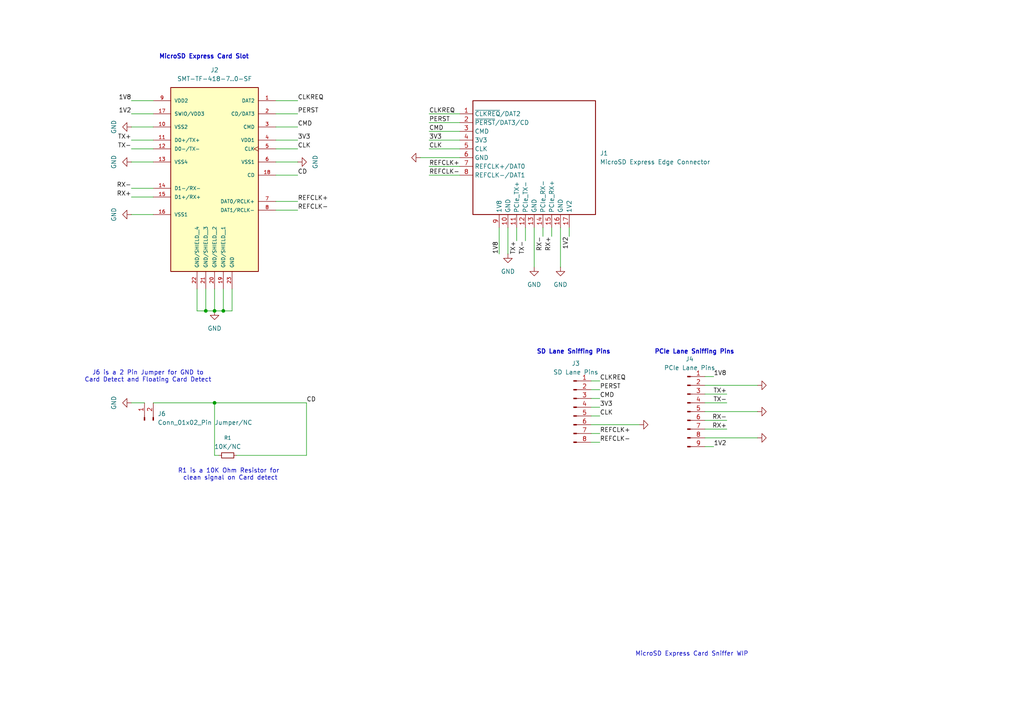
<source format=kicad_sch>
(kicad_sch (version 20250114) (generator "eeschema") (generator_version "9.0")
  (paper "A4")
  (lib_symbols
    (symbol "Library:Conn_01x02_Pin" (pin_names (offset 1.016) (hide yes))
      (property "Reference" "J" (at 0 2.54 0))
      (property "Value" "Conn_01x02_Pin" (at 0 -5.08 0))
      (symbol "Conn_01x02_Pin_1_1"
        (rectangle (start 0.8636 0.127) (end 0 -0.127) (stroke (width 0.1524)) (fill (type outline)))
        (rectangle (start 0.8636 -2.413) (end 0 -2.667) (stroke (width 0.1524)) (fill (type outline)))
        (polyline (pts (xy 1.27 0) (xy 0.8636 0)) (stroke (width 0.1524)))
        (polyline (pts (xy 1.27 -2.54) (xy 0.8636 -2.54)) (stroke (width 0.1524)))
        (pin passive line (at 5.08 0 180) (length 3.81) (name "Pin_1") (number "1"))
        (pin passive line (at 5.08 -2.54 180) (length 3.81) (name "Pin_2") (number "2"))
      )
    )
    (symbol "Library:Conn_01x08_Pin" (pin_names (offset 1.016) (hide yes))
      (property "Reference" "J" (at 0 10.16 0))
      (property "Value" "Conn_01x08_Pin" (at 0 -12.7 0))
      (symbol "Conn_01x08_Pin_1_1"
        (rectangle (start 0.8636 7.747) (end 0 7.493) (stroke (width 0.1524)) (fill (type outline)))
        (rectangle (start 0.8636 5.207) (end 0 4.953) (stroke (width 0.1524)) (fill (type outline)))
        (rectangle (start 0.8636 2.667) (end 0 2.413) (stroke (width 0.1524)) (fill (type outline)))
        (rectangle (start 0.8636 0.127) (end 0 -0.127) (stroke (width 0.1524)) (fill (type outline)))
        (rectangle (start 0.8636 -2.413) (end 0 -2.667) (stroke (width 0.1524)) (fill (type outline)))
        (rectangle (start 0.8636 -4.953) (end 0 -5.207) (stroke (width 0.1524)) (fill (type outline)))
        (rectangle (start 0.8636 -7.493) (end 0 -7.747) (stroke (width 0.1524)) (fill (type outline)))
        (rectangle (start 0.8636 -10.033) (end 0 -10.287) (stroke (width 0.1524)) (fill (type outline)))
        (polyline (pts (xy 1.27 7.62) (xy 0.8636 7.62)) (stroke (width 0.1524)))
        (polyline (pts (xy 1.27 5.08) (xy 0.8636 5.08)) (stroke (width 0.1524)))
        (polyline (pts (xy 1.27 2.54) (xy 0.8636 2.54)) (stroke (width 0.1524)))
        (polyline (pts (xy 1.27 0) (xy 0.8636 0)) (stroke (width 0.1524)))
        (polyline (pts (xy 1.27 -2.54) (xy 0.8636 -2.54)) (stroke (width 0.1524)))
        (polyline (pts (xy 1.27 -5.08) (xy 0.8636 -5.08)) (stroke (width 0.1524)))
        (polyline (pts (xy 1.27 -7.62) (xy 0.8636 -7.62)) (stroke (width 0.1524)))
        (polyline (pts (xy 1.27 -10.16) (xy 0.8636 -10.16)) (stroke (width 0.1524)))
        (pin passive line (at 5.08 7.62 180) (length 3.81) (name "Pin_1") (number "1"))
        (pin passive line (at 5.08 5.08 180) (length 3.81) (name "Pin_2") (number "2"))
        (pin passive line (at 5.08 2.54 180) (length 3.81) (name "Pin_3") (number "3"))
        (pin passive line (at 5.08 0 180) (length 3.81) (name "Pin_4") (number "4"))
        (pin passive line (at 5.08 -2.54 180) (length 3.81) (name "Pin_5") (number "5"))
        (pin passive line (at 5.08 -5.08 180) (length 3.81) (name "Pin_6") (number "6"))
        (pin passive line (at 5.08 -7.62 180) (length 3.81) (name "Pin_7") (number "7"))
        (pin passive line (at 5.08 -10.16 180) (length 3.81) (name "Pin_8") (number "8"))
      )
    )
    (symbol "Library:Conn_01x09_Pin" (pin_names (offset 1.016) (hide yes))
      (property "Reference" "J" (at 0 12.7 0))
      (property "Value" "Conn_01x09_Pin" (at 0 -12.7 0))
      (symbol "Conn_01x09_Pin_1_1"
        (rectangle (start 0.8636 10.287) (end 0 10.033) (stroke (width 0.1524)) (fill (type outline)))
        (rectangle (start 0.8636 7.747) (end 0 7.493) (stroke (width 0.1524)) (fill (type outline)))
        (rectangle (start 0.8636 5.207) (end 0 4.953) (stroke (width 0.1524)) (fill (type outline)))
        (rectangle (start 0.8636 2.667) (end 0 2.413) (stroke (width 0.1524)) (fill (type outline)))
        (rectangle (start 0.8636 0.127) (end 0 -0.127) (stroke (width 0.1524)) (fill (type outline)))
        (rectangle (start 0.8636 -2.413) (end 0 -2.667) (stroke (width 0.1524)) (fill (type outline)))
        (rectangle (start 0.8636 -4.953) (end 0 -5.207) (stroke (width 0.1524)) (fill (type outline)))
        (rectangle (start 0.8636 -7.493) (end 0 -7.747) (stroke (width 0.1524)) (fill (type outline)))
        (rectangle (start 0.8636 -10.033) (end 0 -10.287) (stroke (width 0.1524)) (fill (type outline)))
        (polyline (pts (xy 1.27 10.16) (xy 0.8636 10.16)) (stroke (width 0.1524)))
        (polyline (pts (xy 1.27 7.62) (xy 0.8636 7.62)) (stroke (width 0.1524)))
        (polyline (pts (xy 1.27 5.08) (xy 0.8636 5.08)) (stroke (width 0.1524)))
        (polyline (pts (xy 1.27 2.54) (xy 0.8636 2.54)) (stroke (width 0.1524)))
        (polyline (pts (xy 1.27 0) (xy 0.8636 0)) (stroke (width 0.1524)))
        (polyline (pts (xy 1.27 -2.54) (xy 0.8636 -2.54)) (stroke (width 0.1524)))
        (polyline (pts (xy 1.27 -5.08) (xy 0.8636 -5.08)) (stroke (width 0.1524)))
        (polyline (pts (xy 1.27 -7.62) (xy 0.8636 -7.62)) (stroke (width 0.1524)))
        (polyline (pts (xy 1.27 -10.16) (xy 0.8636 -10.16)) (stroke (width 0.1524)))
        (pin passive line (at 5.08 10.16 180) (length 3.81) (name "Pin_1") (number "1"))
        (pin passive line (at 5.08 7.62 180) (length 3.81) (name "Pin_2") (number "2"))
        (pin passive line (at 5.08 5.08 180) (length 3.81) (name "Pin_3") (number "3"))
        (pin passive line (at 5.08 2.54 180) (length 3.81) (name "Pin_4") (number "4"))
        (pin passive line (at 5.08 0 180) (length 3.81) (name "Pin_5") (number "5"))
        (pin passive line (at 5.08 -2.54 180) (length 3.81) (name "Pin_6") (number "6"))
        (pin passive line (at 5.08 -5.08 180) (length 3.81) (name "Pin_7") (number "7"))
        (pin passive line (at 5.08 -7.62 180) (length 3.81) (name "Pin_8") (number "8"))
        (pin passive line (at 5.08 -10.16 180) (length 3.81) (name "Pin_9") (number "9"))
      )
    )
    (symbol "Library:GND" (power) (pin_numbers (hide yes)) (pin_names (offset 0) (hide yes))
      (property "Value" "GND" (at 0 -3.81 0))
      (symbol "GND_0_1"
        (polyline (pts (xy 0 0) (xy 0 -1.27) (xy 1.27 -1.27) (xy 0 -2.54) (xy -1.27 -1.27) (xy 0 -1.27)))
      )
      (symbol "GND_1_1"
        (pin power_in line (at 0 0 270) (length 0) (name "~") (number "1"))
      )
    )
    (symbol "Library:Micro_SDex_PCB"
      (property "Reference" "J1" (at 17.78 1.2701 0))
      (property "Value" "SDEX2M2 MicroSD Express 	Card" (at 17.78 -1.2699 0))
      (symbol "Micro_SDex_PCB_0_1"
        (polyline (pts (xy 16.51 -8.89) (xy 16.51 16.51) (xy -19.05 16.51) (xy -19.05 -16.51) (xy 16.51 -16.51) (xy 16.51 -8.89)) (stroke (width 0.254)))
      )
      (symbol "Micro_SDex_PCB_1_1"
        (pin bidirectional line (at -22.86 12.7 0) (length 3.81) (name "~{CLKREQ}/DAT2") (number "1"))
        (pin bidirectional line (at -22.86 10.16 0) (length 3.81) (name "~{PERST}/DAT3/CD") (number "2"))
        (pin output line (at -22.86 7.62 0) (length 3.81) (name "CMD") (number "3"))
        (pin power_out line (at -22.86 5.08 0) (length 3.81) (name "3V3") (number "4"))
        (pin output line (at -22.86 2.54 0) (length 3.81) (name "CLK") (number "5"))
        (pin power_out line (at -22.86 0 0) (length 3.81) (name "GND") (number "6"))
        (pin bidirectional line (at -22.86 -2.54 0) (length 3.81) (name "REFCLK+/DAT0") (number "7"))
        (pin bidirectional line (at -22.86 -5.08 0) (length 3.81) (name "REFCLK-/DAT1") (number "8"))
        (pin power_out line (at -11.43 -20.32 90) (length 3.81) (name "1V8") (number "9"))
        (pin passive line (at -8.89 -20.32 90) (length 3.81) (name "GND") (number "10"))
        (pin output line (at -6.35 -20.32 90) (length 3.81) (name "PCIe_TX+") (number "11"))
        (pin output line (at -3.81 -20.32 90) (length 3.81) (name "PCIe_TX-") (number "12"))
        (pin passive line (at -1.27 -20.32 90) (length 3.81) (name "GND") (number "13"))
        (pin input line (at 1.27 -20.32 90) (length 3.81) (name "PCIe_RX-") (number "14"))
        (pin input line (at 3.81 -20.32 90) (length 3.81) (name "PCIe_RX+") (number "15"))
        (pin passive line (at 6.35 -20.32 90) (length 3.81) (name "GND") (number "16"))
        (pin power_out line (at 8.89 -20.32 90) (length 3.81) (name "1V2") (number "17"))
      )
    )
    (symbol "Library:R_Small" (pin_numbers (hide yes)) (pin_names (offset 0.254) (hide yes))
      (property "Reference" "R" (at 0 0 90))
      (property "Value" "R_Small" (at 1.778 0 90))
      (symbol "R_Small_0_1"
        (rectangle (start -0.762 1.778) (end 0.762 -1.778) (stroke (width 0.2032)))
      )
      (symbol "R_Small_1_1"
        (pin passive line (at 0 2.54 270) (length 0.762) (name "~") (number "1"))
        (pin passive line (at 0 -2.54 90) (length 0.762) (name "~") (number "2"))
      )
    )
    (symbol "Library:SMT-TF-418-7.0-SF" (pin_names (offset 1.016))
      (property "Reference" "J" (at -12.7 28.575 0))
      (property "Value" "SMT-TF-418-7..0-SF" (at 16.256 -22.86 0))
      (symbol "SMT-TF-418-7.0-SF_0_0"
        (rectangle (start -12.7 27.94) (end 12.7 -25.4) (stroke (width 0.254)) (fill (type background)))
      )
      (symbol "SMT-TF-418-7.0-SF_1_0"
        (pin power_in line (at -17.78 24.13 0) (length 5.08) (name "VDD2") (number "9"))
        (pin passive line (at -17.78 20.32 0) (length 5.08) (name "SWIO/VDD3") (number "17"))
        (pin power_in line (at -17.78 16.51 0) (length 5.08) (name "VSS2") (number "10"))
        (pin output line (at -17.78 12.7 0) (length 5.08) (name "D0+/TX+") (number "11"))
        (pin output line (at -17.78 10.16 0) (length 5.08) (name "D0-/TX-") (number "12"))
        (pin power_in line (at -17.78 6.35 0) (length 5.08) (name "VSS4") (number "13"))
        (pin input line (at -17.78 -1.27 0) (length 5.08) (name "D1-/RX-") (number "14"))
        (pin input line (at -17.78 -3.81 0) (length 5.08) (name "D1+/RX+") (number "15"))
        (pin power_in line (at -17.78 -8.89 0) (length 5.08) (name "VSS1") (number "16"))
        (pin power_in line (at -5.08 -30.48 90) (length 5.08) (name "GND/SHIELD__4") (number "22"))
        (pin power_in line (at -2.54 -30.48 90) (length 5.08) (name "GND/SHIELD__3") (number "21"))
        (pin power_in line (at 0 -30.48 90) (length 5.08) (name "GND/SHIELD__2") (number "20"))
        (pin power_in line (at 2.54 -30.48 90) (length 5.08) (name "GND/SHIELD__1") (number "19"))
        (pin power_in line (at 5.08 -30.48 90) (length 5.08) (name "GND") (number "23"))
        (pin bidirectional line (at 17.78 24.13 180) (length 5.08) (name "DAT2") (number "1"))
        (pin bidirectional line (at 17.78 20.32 180) (length 5.08) (name "CD/DAT3") (number "2"))
        (pin bidirectional line (at 17.78 16.51 180) (length 5.08) (name "CMD") (number "3"))
        (pin power_in line (at 17.78 12.7 180) (length 5.08) (name "VDD1") (number "4"))
        (pin input clock (at 17.78 10.16 180) (length 5.08) (name "CLK") (number "5"))
        (pin power_in line (at 17.78 6.35 180) (length 5.08) (name "VSS1") (number "6"))
        (pin passive line (at 17.78 2.54 180) (length 5.08) (name "CD") (number "18"))
        (pin bidirectional line (at 17.78 -5.08 180) (length 5.08) (name "DAT0/RCLK+") (number "7"))
        (pin bidirectional line (at 17.78 -7.62 180) (length 5.08) (name "DAT1/RCLK-") (number "8"))
      )
    )
  )
  (text "SD Lane Sniffing Pins" (at 166.37 102.108 0) (effects (font (size 1.27 1.27) (thickness 0.254) (bold yes))))
  (text "R1 is a 10K Ohm Resistor for \nclean signal on Card detect" (at 66.802 137.668 0) (effects (font (size 1.27 1.27) (thickness 0.1588))))
  (text "J6 is a 2 Pin Jumper for GND to\nCard Detect and Floating Card Detect" (at 42.926 109.22 0) (effects (font (size 1.27 1.27) (thickness 0.1588))))
  (text "MicroSD Express Card Slot" (at 59.182 16.51 0) (effects (font (size 1.27 1.27) (thickness 0.254) (bold yes))))
  (text "PCIe Lane Sniffing Pins" (at 201.422 102.108 0) (effects (font (size 1.27 1.27) (thickness 0.254) (bold yes))))
  (text "MicroSD Express Card Sniffer WIP\n" (at 200.66 189.738 0) (effects (font (size 1.27 1.27))))
  (junction (at 62.23 90.17))
  (junction (at 64.77 90.17))
  (junction (at 62.23 116.84))
  (junction (at 59.69 90.17))
  (wire (pts (xy 121.92 45.72) (xy 133.35 45.72)))
  (wire (pts (xy 80.01 43.18) (xy 86.36 43.18)))
  (wire (pts (xy 80.01 36.83) (xy 86.36 36.83)))
  (wire (pts (xy 204.47 119.38) (xy 219.71 119.38)))
  (wire (pts (xy 38.1 57.15) (xy 44.45 57.15)))
  (wire (pts (xy 144.78 66.04) (xy 144.78 73.66)))
  (wire (pts (xy 204.47 109.22) (xy 207.01 109.22)))
  (wire (pts (xy 64.77 83.82) (xy 64.77 90.17)))
  (wire (pts (xy 62.23 83.82) (xy 62.23 90.17)))
  (wire (pts (xy 59.69 90.17) (xy 62.23 90.17)))
  (wire (pts (xy 204.47 116.84) (xy 210.82 116.84)))
  (wire (pts (xy 38.1 33.02) (xy 44.45 33.02)))
  (wire (pts (xy 157.48 66.04) (xy 157.48 68.58)))
  (wire (pts (xy 59.69 83.82) (xy 59.69 90.17)))
  (wire (pts (xy 124.46 50.8) (xy 133.35 50.8)))
  (wire (pts (xy 38.1 54.61) (xy 44.45 54.61)))
  (wire (pts (xy 38.1 116.84) (xy 41.91 116.84)))
  (wire (pts (xy 88.9 116.84) (xy 88.9 132.08)))
  (wire (pts (xy 124.46 33.02) (xy 133.35 33.02)))
  (wire (pts (xy 173.99 128.27) (xy 171.45 128.27)))
  (wire (pts (xy 38.1 46.99) (xy 44.45 46.99)))
  (wire (pts (xy 147.32 73.66) (xy 147.32 66.04)))
  (wire (pts (xy 173.99 125.73) (xy 171.45 125.73)))
  (wire (pts (xy 124.46 38.1) (xy 133.35 38.1)))
  (wire (pts (xy 38.1 62.23) (xy 44.45 62.23)))
  (wire (pts (xy 124.46 43.18) (xy 133.35 43.18)))
  (wire (pts (xy 88.9 132.08) (xy 68.58 132.08)))
  (wire (pts (xy 38.1 40.64) (xy 44.45 40.64)))
  (wire (pts (xy 67.31 83.82) (xy 67.31 90.17)))
  (wire (pts (xy 173.99 110.49) (xy 171.45 110.49)))
  (wire (pts (xy 162.56 77.47) (xy 162.56 66.04)))
  (wire (pts (xy 160.02 66.04) (xy 160.02 68.58)))
  (wire (pts (xy 165.1 66.04) (xy 165.1 68.58)))
  (wire (pts (xy 204.47 114.3) (xy 210.82 114.3)))
  (wire (pts (xy 124.46 35.56) (xy 133.35 35.56)))
  (wire (pts (xy 173.99 113.03) (xy 171.45 113.03)))
  (wire (pts (xy 204.47 111.76) (xy 219.71 111.76)))
  (wire (pts (xy 64.77 90.17) (xy 62.23 90.17)))
  (wire (pts (xy 44.45 116.84) (xy 62.23 116.84)))
  (wire (pts (xy 67.31 90.17) (xy 64.77 90.17)))
  (wire (pts (xy 204.47 121.92) (xy 210.82 121.92)))
  (wire (pts (xy 57.15 90.17) (xy 59.69 90.17)))
  (wire (pts (xy 173.99 120.65) (xy 171.45 120.65)))
  (wire (pts (xy 57.15 83.82) (xy 57.15 90.17)))
  (wire (pts (xy 154.94 77.47) (xy 154.94 66.04)))
  (wire (pts (xy 171.45 123.19) (xy 185.42 123.19)))
  (wire (pts (xy 80.01 60.96) (xy 86.36 60.96)))
  (wire (pts (xy 38.1 36.83) (xy 44.45 36.83)))
  (wire (pts (xy 124.46 40.64) (xy 133.35 40.64)))
  (wire (pts (xy 80.01 33.02) (xy 86.36 33.02)))
  (wire (pts (xy 152.4 66.04) (xy 152.4 69.85)))
  (wire (pts (xy 80.01 58.42) (xy 86.36 58.42)))
  (wire (pts (xy 80.01 40.64) (xy 86.36 40.64)))
  (wire (pts (xy 204.47 127) (xy 219.71 127)))
  (wire (pts (xy 80.01 29.21) (xy 86.36 29.21)))
  (wire (pts (xy 38.1 29.21) (xy 44.45 29.21)))
  (wire (pts (xy 62.23 116.84) (xy 88.9 116.84)))
  (wire (pts (xy 149.86 66.04) (xy 149.86 69.85)))
  (wire (pts (xy 204.47 124.46) (xy 210.82 124.46)))
  (wire (pts (xy 63.5 132.08) (xy 62.23 132.08)))
  (wire (pts (xy 173.99 115.57) (xy 171.45 115.57)))
  (wire (pts (xy 171.45 118.11) (xy 173.99 118.11)))
  (wire (pts (xy 38.1 43.18) (xy 44.45 43.18)))
  (wire (pts (xy 204.47 129.54) (xy 207.01 129.54)))
  (wire (pts (xy 80.01 46.99) (xy 86.36 46.99)))
  (wire (pts (xy 62.23 132.08) (xy 62.23 116.84)))
  (wire (pts (xy 124.46 48.26) (xy 133.35 48.26)))
  (wire (pts (xy 80.01 50.8) (xy 86.36 50.8)))
  (label "1V8" (at 207.01 109.22 0))
  (label "REFCLK-" (at 86.36 60.96 0))
  (label "RX-" (at 210.82 121.92 180))
  (label "RX+" (at 160.02 68.58 270))
  (label "3V3" (at 124.46 40.64 0))
  (label "RX+" (at 38.1 57.15 180))
  (label "CMD" (at 124.46 38.1 0))
  (label "RX+" (at 210.82 124.46 180))
  (label "TX+" (at 149.86 69.85 270))
  (label "TX-" (at 38.1 43.18 180))
  (label "TX+" (at 38.1 40.64 180))
  (label "CLK" (at 124.46 43.18 0))
  (label "3V3" (at 173.99 118.11 0))
  (label "CD" (at 86.36 50.8 0))
  (label "CMD" (at 173.99 115.57 0))
  (label "REFCLK+" (at 124.46 48.26 0))
  (label "RX-" (at 157.48 68.58 270))
  (label "TX-" (at 152.4 69.85 270))
  (label "1V2" (at 165.1 68.58 270))
  (label "TX-" (at 210.82 116.84 180))
  (label "CD" (at 88.9 116.84 0))
  (label "REFCLK+" (at 86.36 58.42 0))
  (label "TX+" (at 210.82 114.3 180))
  (label "1V2" (at 38.1 33.02 180))
  (label "CLK" (at 173.99 120.65 0))
  (label "CLKREQ" (at 173.99 110.49 0))
  (label "PERST" (at 86.36 33.02 0))
  (label "CLKREQ" (at 86.36 29.21 0))
  (label "REFCLK+" (at 173.99 125.73 0))
  (label "REFCLK-" (at 173.99 128.27 0))
  (label "PERST" (at 124.46 35.56 0))
  (label "CLKREQ" (at 124.46 33.02 0))
  (label "1V8" (at 38.1 29.21 180))
  (label "CMD" (at 86.36 36.83 0))
  (label "1V8" (at 144.78 73.66 90))
  (label "REFCLK-" (at 124.46 50.8 0))
  (label "PERST" (at 173.99 113.03 0))
  (label "1V2" (at 207.01 129.54 0))
  (label "CLK" (at 86.36 43.18 0))
  (label "3V3" (at 86.36 40.64 0))
  (label "RX-" (at 38.1 54.61 180))
  (symbol (lib_id "Library:Conn_01x02_Pin") (at 41.91 121.92 90) (unit 1)
    (property "Reference" "J6" (at 45.72 120.0149 90) (effects (justify right)))
    (property "Value" "Conn_01x02_Pin Jumper/NC" (at 45.72 122.5549 90) (effects (justify right)))
    (property "Footprint" "Connector_PinHeader_2.54mm:PinHeader_1x02_P2.54mm_Vertical" (effects (hide yes)))
    (property "Description" "Generic connector, single row, 01x02, script generated" (effects (hide yes)))
  )
  (symbol (lib_id "Library:SMT-TF-418-7.0-SF") (at 62.23 53.34 0) (unit 1)
    (property "Reference" "J2" (at 62.23 20.32 0))
    (property "Value" "SMT-TF-418-7..0-SF" (at 62.23 22.86 0))
    (property "Footprint" "Library:SMT_TF_418__7.0_SF" (effects (hide yes)))
    (property "MAXIMUM_PACKAGE_HEIGHT" "3.00mm" (effects (hide yes)))
    (property "CREATOR" "NEZY" (effects (hide yes)))
    (property "STANDARD" "Manufacturer Recommendations" (effects (hide yes)))
    (property "PARTREV" "AX6" (effects (hide yes)))
    (property "MANUFACTURER" "Amphenol" (effects (hide yes)))
  )
  (symbol (lib_id "Library:GND") (at 38.1 36.83 270) (unit 1)
    (property "Reference" "#PWR016" (effects (hide yes)))
    (property "Value" "GND" (at 33.02 36.83 0))
    (property "Description" "Power symbol creates a global label with name \"GND\" , ground" (effects (hide yes)))
  )
  (symbol (lib_id "Library:GND") (at 38.1 116.84 270) (unit 1)
    (property "Reference" "#PWR029" (effects (hide yes)))
    (property "Value" "GND" (at 33.02 116.84 0))
    (property "Description" "Power symbol creates a global label with name \"GND\" , ground" (effects (hide yes)))
  )
  (symbol (lib_id "Library:GND") (at 219.71 127 90) (mirror x) (unit 1)
    (property "Reference" "#PWR07" (effects (hide yes)))
    (property "Value" "GND" (effects (hide yes)))
    (property "Description" "Power symbol creates a global label with name \"GND\" , ground" (effects (hide yes)))
  )
  (symbol (lib_id "Library:GND") (at 219.71 111.76 90) (mirror x) (unit 1)
    (property "Reference" "#PWR06" (effects (hide yes)))
    (property "Value" "GND" (effects (hide yes)))
    (property "Description" "Power symbol creates a global label with name \"GND\" , ground" (effects (hide yes)))
  )
  (symbol (lib_id "Library:Micro_SDex_PCB") (at 156.21 45.72 0) (unit 1)
    (property "Reference" "J1" (at 173.99 44.4499 0) (effects (justify left)))
    (property "Value" "MicroSD Express Edge Connector" (at 173.99 46.9899 0) (effects (justify left)))
    (property "Footprint" "m1cha:usdex-male-open_bottom" (effects (hide yes)))
    (property "Description" "Micro SD Card PCB" (effects (hide yes)))
  )
  (symbol (lib_id "Library:GND") (at 62.23 90.17 0) (unit 1)
    (property "Reference" "#PWR019" (effects (hide yes)))
    (property "Value" "GND" (at 62.23 95.25 0))
    (property "Description" "Power symbol creates a global label with name \"GND\" , ground" (effects (hide yes)))
  )
  (symbol (lib_id "Library:GND") (at 38.1 46.99 270) (unit 1)
    (property "Reference" "#PWR017" (effects (hide yes)))
    (property "Value" "GND" (at 33.02 46.99 0))
    (property "Description" "Power symbol creates a global label with name \"GND\" , ground" (effects (hide yes)))
  )
  (symbol (lib_id "Library:GND") (at 147.32 73.66 0) (unit 1)
    (property "Reference" "#PWR02" (effects (hide yes)))
    (property "Value" "GND" (at 147.32 78.74 0))
    (property "Description" "Power symbol creates a global label with name \"GND\" , ground" (effects (hide yes)))
  )
  (symbol (lib_id "Library:Conn_01x08_Pin") (at 166.37 118.11 0) (unit 1)
    (property "Reference" "J3" (at 167.005 105.41 0))
    (property "Value" "SD Lane Pins" (at 167.005 107.95 0))
    (property "Footprint" "Connector_PinHeader_2.54mm:PinHeader_1x08_P2.54mm_Vertical" (effects (hide yes)))
    (property "Description" "Generic connector, single row, 01x08, script generated" (effects (hide yes)))
  )
  (symbol (lib_id "Library:Conn_01x09_Pin") (at 199.39 119.38 0) (unit 1)
    (property "Reference" "J4" (at 200.025 104.14 0))
    (property "Value" "PCIe Lane Pins" (at 200.025 106.68 0))
    (property "Footprint" "Connector_PinHeader_2.54mm:PinHeader_1x09_P2.54mm_Vertical" (effects (hide yes)))
    (property "Description" "Generic connector, single row, 01x09, script generated" (effects (hide yes)))
  )
  (symbol (lib_id "Library:GND") (at 154.94 77.47 0) (unit 1)
    (property "Reference" "#PWR01" (effects (hide yes)))
    (property "Value" "GND" (at 154.94 82.55 0))
    (property "Description" "Power symbol creates a global label with name \"GND\" , ground" (effects (hide yes)))
  )
  (symbol (lib_id "Library:GND") (at 185.42 123.19 90) (mirror x) (unit 1)
    (property "Reference" "#PWR05" (effects (hide yes)))
    (property "Value" "GND" (effects (hide yes)))
    (property "Description" "Power symbol creates a global label with name \"GND\" , ground" (effects (hide yes)))
  )
  (symbol (lib_id "Library:R_Small") (at 66.04 132.08 270) (unit 1)
    (property "Reference" "R1" (at 66.04 127 90) (effects (font (size 1.016 1.016))))
    (property "Value" "10K/NC" (at 66.04 129.54 90))
    (property "Footprint" "Resistor_SMD:R_0603_1608Metric" (effects (hide yes)))
    (property "Description" "Resistor, small symbol" (effects (hide yes)))
  )
  (symbol (lib_id "Library:GND") (at 38.1 62.23 270) (unit 1)
    (property "Reference" "#PWR018" (effects (hide yes)))
    (property "Value" "GND" (at 33.02 62.23 0))
    (property "Description" "Power symbol creates a global label with name \"GND\" , ground" (effects (hide yes)))
  )
  (symbol (lib_id "Library:GND") (at 86.36 46.99 90) (unit 1)
    (property "Reference" "#PWR020" (effects (hide yes)))
    (property "Value" "GND" (at 91.44 46.99 0))
    (property "Description" "Power symbol creates a global label with name \"GND\" , ground" (effects (hide yes)))
  )
  (symbol (lib_id "Library:GND") (at 162.56 77.47 0) (unit 1)
    (property "Reference" "#PWR03" (effects (hide yes)))
    (property "Value" "GND" (at 162.56 82.55 0))
    (property "Description" "Power symbol creates a global label with name \"GND\" , ground" (effects (hide yes)))
  )
  (symbol (lib_id "Library:GND") (at 121.92 45.72 270) (unit 1)
    (property "Reference" "#PWR04" (effects (hide yes)))
    (property "Value" "GND" (effects (hide yes)))
    (property "Description" "Power symbol creates a global label with name \"GND\" , ground" (effects (hide yes)))
  )
  (symbol (lib_id "Library:GND") (at 219.71 119.38 90) (mirror x) (unit 1)
    (property "Reference" "#PWR08" (effects (hide yes)))
    (property "Value" "GND" (effects (hide yes)))
    (property "Description" "Power symbol creates a global label with name \"GND\" , ground" (effects (hide yes)))
  )
)
</source>
